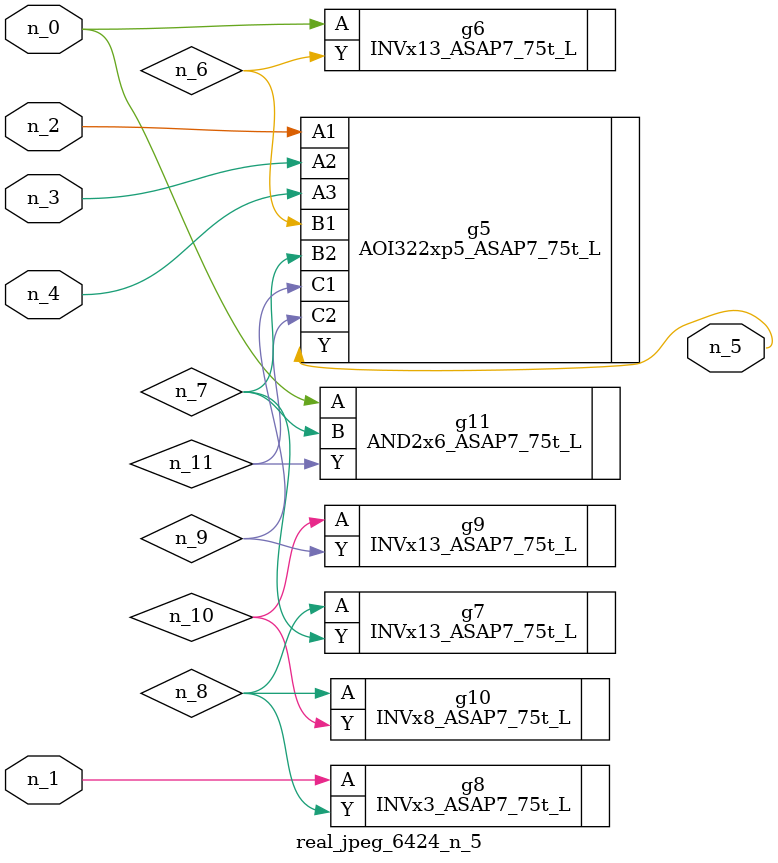
<source format=v>
module real_jpeg_6424_n_5 (n_4, n_0, n_1, n_2, n_3, n_5);

input n_4;
input n_0;
input n_1;
input n_2;
input n_3;

output n_5;

wire n_8;
wire n_11;
wire n_6;
wire n_7;
wire n_10;
wire n_9;

INVx13_ASAP7_75t_L g6 ( 
.A(n_0),
.Y(n_6)
);

AND2x6_ASAP7_75t_L g11 ( 
.A(n_0),
.B(n_7),
.Y(n_11)
);

INVx3_ASAP7_75t_L g8 ( 
.A(n_1),
.Y(n_8)
);

AOI322xp5_ASAP7_75t_L g5 ( 
.A1(n_2),
.A2(n_3),
.A3(n_4),
.B1(n_6),
.B2(n_7),
.C1(n_9),
.C2(n_11),
.Y(n_5)
);

INVx13_ASAP7_75t_L g7 ( 
.A(n_8),
.Y(n_7)
);

INVx8_ASAP7_75t_L g10 ( 
.A(n_8),
.Y(n_10)
);

INVx13_ASAP7_75t_L g9 ( 
.A(n_10),
.Y(n_9)
);


endmodule
</source>
